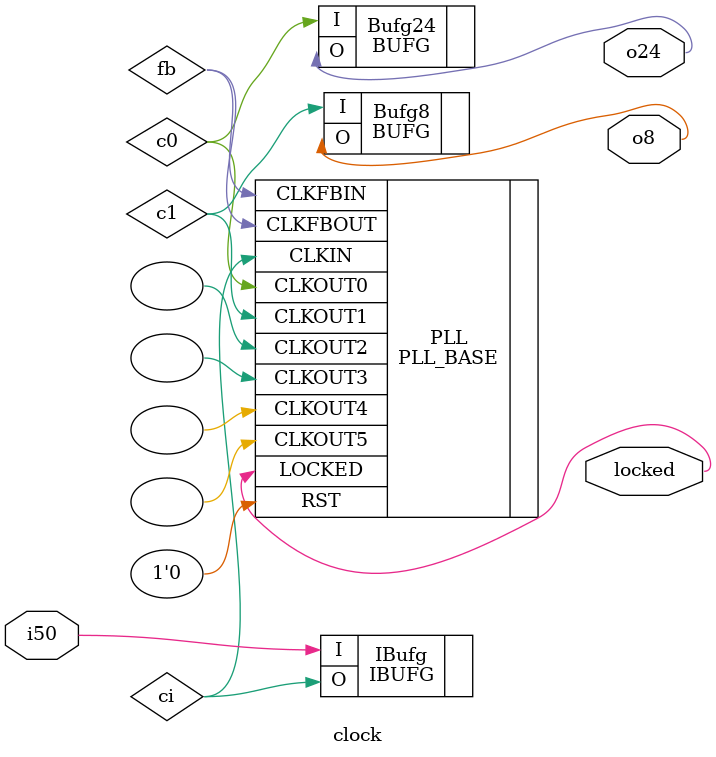
<source format=v>
module clock
//-------------------------------------------------------------------------------------------------
(
	input  wire i50,   // 50 MHz
	output wire o24,   // 24 MHz
	output wire o8,    //  8 MHz
	output wire locked
);
//-------------------------------------------------------------------------------------------------

wire ci;

IBUFG IBufg(.I(i50), .O(ci));

wire fb;
wire c0;
wire c1;

PLL_BASE #
(
	.CLKIN_PERIOD      (20.000),
	.CLKFBOUT_MULT     (12    ),
	.DIVCLK_DIVIDE     ( 1    ),
	.CLKOUT0_DIVIDE    (25    ),
	.CLKOUT1_DIVIDE    (75    )
)
PLL
(
.RST                   (1'b0),
.CLKIN                 (ci),
.CLKFBIN               (fb),
.CLKFBOUT              (fb),
.CLKOUT0               (c0),
.CLKOUT1               (c1),
.CLKOUT2               (),
.CLKOUT3               (),
.CLKOUT4               (),
.CLKOUT5               (),
.LOCKED                (locked)
);

BUFG Bufg24(.I(c0), .O(o24));
BUFG Bufg8(.I(c1), .O(o8));

//-------------------------------------------------------------------------------------------------
endmodule
//-------------------------------------------------------------------------------------------------

</source>
